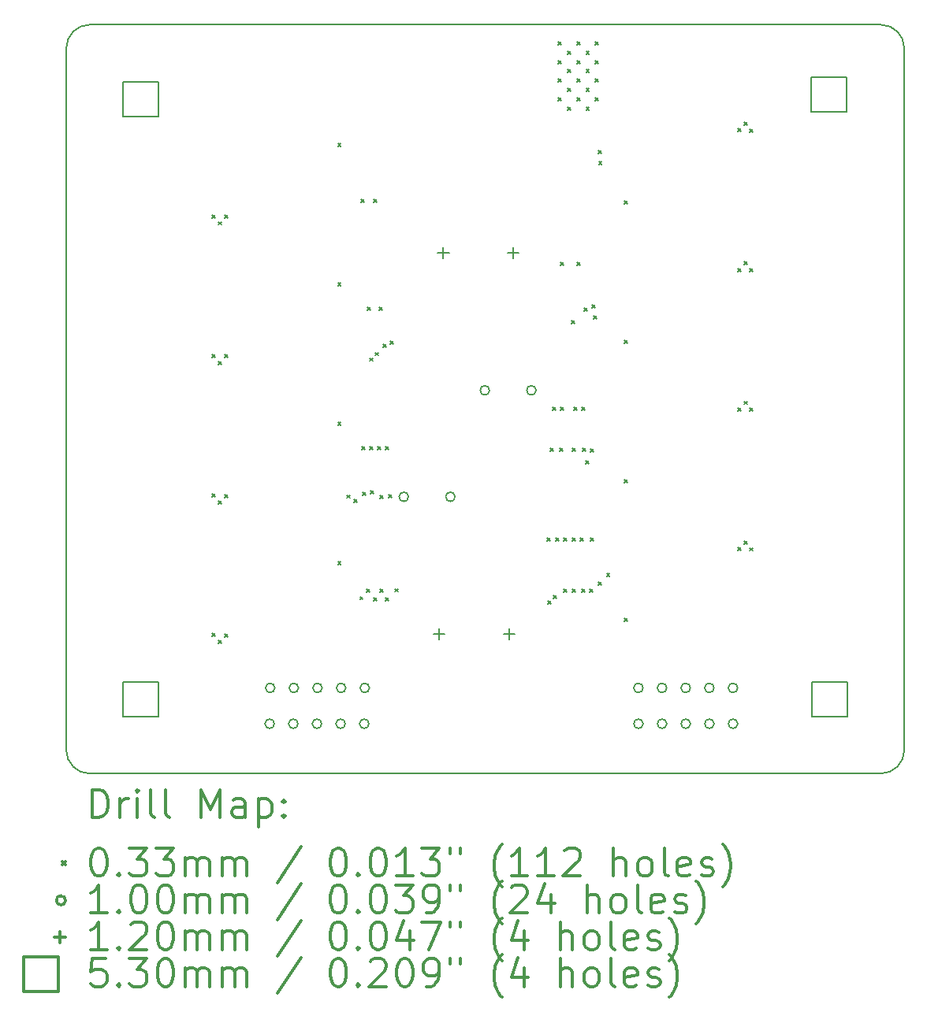
<source format=gbr>
%FSLAX45Y45*%
G04 Gerber Fmt 4.5, Leading zero omitted, Abs format (unit mm)*
G04 Created by KiCad (PCBNEW 5.0.1) date Tue 04 Dec 2018 10:41:13 PM EST*
%MOMM*%
%LPD*%
G01*
G04 APERTURE LIST*
%ADD10C,0.152400*%
%ADD11C,0.200000*%
%ADD12C,0.300000*%
G04 APERTURE END LIST*
D10*
X3650000Y-12800000D02*
G75*
G02X3400000Y-12550000I0J250000D01*
G01*
X12400000Y-12550000D02*
G75*
G02X12150000Y-12800000I-250000J0D01*
G01*
X12150000Y-4750000D02*
G75*
G02X12400000Y-5000000I0J-250000D01*
G01*
X3400000Y-5000000D02*
G75*
G02X3650000Y-4750000I250000J0D01*
G01*
X3400000Y-12550000D02*
X3400000Y-5000000D01*
X12150000Y-12800000D02*
X3650000Y-12800000D01*
X12400000Y-5000000D02*
X12400000Y-12550000D01*
X3650000Y-4750000D02*
X12150000Y-4750000D01*
D11*
X4968490Y-6793490D02*
X5001510Y-6826510D01*
X5001510Y-6793490D02*
X4968490Y-6826510D01*
X4968490Y-8293490D02*
X5001510Y-8326510D01*
X5001510Y-8293490D02*
X4968490Y-8326510D01*
X4968490Y-8293490D02*
X5001510Y-8326510D01*
X5001510Y-8293490D02*
X4968490Y-8326510D01*
X4968490Y-9793490D02*
X5001510Y-9826510D01*
X5001510Y-9793490D02*
X4968490Y-9826510D01*
X4968490Y-11293490D02*
X5001510Y-11326510D01*
X5001510Y-11293490D02*
X4968490Y-11326510D01*
X5033490Y-6868490D02*
X5066510Y-6901510D01*
X5066510Y-6868490D02*
X5033490Y-6901510D01*
X5033490Y-8368490D02*
X5066510Y-8401510D01*
X5066510Y-8368490D02*
X5033490Y-8401510D01*
X5033490Y-8368490D02*
X5066510Y-8401510D01*
X5066510Y-8368490D02*
X5033490Y-8401510D01*
X5033490Y-9868490D02*
X5066510Y-9901510D01*
X5066510Y-9868490D02*
X5033490Y-9901510D01*
X5033490Y-11368490D02*
X5066510Y-11401510D01*
X5066510Y-11368490D02*
X5033490Y-11401510D01*
X5098490Y-6798490D02*
X5131510Y-6831510D01*
X5131510Y-6798490D02*
X5098490Y-6831510D01*
X5098490Y-8298490D02*
X5131510Y-8331510D01*
X5131510Y-8298490D02*
X5098490Y-8331510D01*
X5098490Y-8298490D02*
X5131510Y-8331510D01*
X5131510Y-8298490D02*
X5098490Y-8331510D01*
X5098490Y-9798490D02*
X5131510Y-9831510D01*
X5131510Y-9798490D02*
X5098490Y-9831510D01*
X5098490Y-11298490D02*
X5131510Y-11331510D01*
X5131510Y-11298490D02*
X5098490Y-11331510D01*
X6315990Y-6023990D02*
X6349010Y-6057010D01*
X6349010Y-6023990D02*
X6315990Y-6057010D01*
X6315990Y-7523990D02*
X6349010Y-7557010D01*
X6349010Y-7523990D02*
X6315990Y-7557010D01*
X6315990Y-9023990D02*
X6349010Y-9057010D01*
X6349010Y-9023990D02*
X6315990Y-9057010D01*
X6315990Y-10523990D02*
X6349010Y-10557010D01*
X6349010Y-10523990D02*
X6315990Y-10557010D01*
X6417320Y-9805995D02*
X6450340Y-9839015D01*
X6450340Y-9805995D02*
X6417320Y-9839015D01*
X6488785Y-9849799D02*
X6521805Y-9882819D01*
X6521805Y-9849799D02*
X6488785Y-9882819D01*
X6553490Y-10898490D02*
X6586510Y-10931510D01*
X6586510Y-10898490D02*
X6553490Y-10931510D01*
X6562490Y-6627449D02*
X6595510Y-6660469D01*
X6595510Y-6627449D02*
X6562490Y-6660469D01*
X6574669Y-9287449D02*
X6607689Y-9320469D01*
X6607689Y-9287449D02*
X6574669Y-9320469D01*
X6581310Y-9776983D02*
X6614330Y-9810003D01*
X6614330Y-9776983D02*
X6581310Y-9810003D01*
X6628490Y-10818490D02*
X6661510Y-10851510D01*
X6661510Y-10818490D02*
X6628490Y-10851510D01*
X6633490Y-7787449D02*
X6666510Y-7820469D01*
X6666510Y-7787449D02*
X6633490Y-7820469D01*
X6657002Y-8333374D02*
X6690022Y-8366394D01*
X6690022Y-8333374D02*
X6657002Y-8366394D01*
X6658490Y-9287449D02*
X6691510Y-9320469D01*
X6691510Y-9287449D02*
X6658490Y-9320469D01*
X6668490Y-9758490D02*
X6701510Y-9791510D01*
X6701510Y-9758490D02*
X6668490Y-9791510D01*
X6698629Y-10913490D02*
X6731649Y-10946510D01*
X6731649Y-10913490D02*
X6698629Y-10946510D01*
X6699765Y-6627449D02*
X6732785Y-6660469D01*
X6732785Y-6627449D02*
X6699765Y-6660469D01*
X6716273Y-8274103D02*
X6749293Y-8307123D01*
X6749293Y-8274103D02*
X6716273Y-8307123D01*
X6743490Y-9287449D02*
X6776510Y-9320469D01*
X6776510Y-9287449D02*
X6743490Y-9320469D01*
X6763490Y-7787449D02*
X6796510Y-7820469D01*
X6796510Y-7787449D02*
X6763490Y-7820469D01*
X6768490Y-10818490D02*
X6801510Y-10851510D01*
X6801510Y-10818490D02*
X6768490Y-10851510D01*
X6773018Y-9809622D02*
X6806038Y-9842642D01*
X6806038Y-9809622D02*
X6773018Y-9842642D01*
X6802902Y-8187474D02*
X6835922Y-8220494D01*
X6835922Y-8187474D02*
X6802902Y-8220494D01*
X6830163Y-9287449D02*
X6863183Y-9320469D01*
X6863183Y-9287449D02*
X6830163Y-9320469D01*
X6830710Y-10913490D02*
X6863730Y-10946510D01*
X6863730Y-10913490D02*
X6830710Y-10946510D01*
X6858960Y-9804875D02*
X6891980Y-9837895D01*
X6891980Y-9804875D02*
X6858960Y-9837895D01*
X6878728Y-8151748D02*
X6911748Y-8184768D01*
X6911748Y-8151748D02*
X6878728Y-8184768D01*
X6928490Y-10813490D02*
X6961510Y-10846510D01*
X6961510Y-10813490D02*
X6928490Y-10846510D01*
X8565271Y-10269531D02*
X8598291Y-10302551D01*
X8598291Y-10269531D02*
X8565271Y-10302551D01*
X8572617Y-10942759D02*
X8605637Y-10975779D01*
X8605637Y-10942759D02*
X8572617Y-10975779D01*
X8601661Y-9304531D02*
X8634681Y-9337551D01*
X8634681Y-9304531D02*
X8601661Y-9337551D01*
X8622408Y-8864531D02*
X8655428Y-8897551D01*
X8655428Y-8864531D02*
X8622408Y-8897551D01*
X8631888Y-10883488D02*
X8664908Y-10916508D01*
X8664908Y-10883488D02*
X8631888Y-10916508D01*
X8656638Y-10269531D02*
X8689658Y-10302551D01*
X8689658Y-10269531D02*
X8656638Y-10302551D01*
X8683490Y-4933490D02*
X8716510Y-4966510D01*
X8716510Y-4933490D02*
X8683490Y-4966510D01*
X8683490Y-5133490D02*
X8716510Y-5166510D01*
X8716510Y-5133490D02*
X8683490Y-5166510D01*
X8683490Y-5333490D02*
X8716510Y-5366510D01*
X8716510Y-5333490D02*
X8683490Y-5366510D01*
X8683490Y-5533490D02*
X8716510Y-5566510D01*
X8716510Y-5533490D02*
X8683490Y-5566510D01*
X8702635Y-9304531D02*
X8735655Y-9337551D01*
X8735655Y-9304531D02*
X8702635Y-9337551D01*
X8706229Y-8864531D02*
X8739249Y-8897551D01*
X8739249Y-8864531D02*
X8706229Y-8897551D01*
X8706241Y-7302449D02*
X8739261Y-7335469D01*
X8739261Y-7302449D02*
X8706241Y-7335469D01*
X8738490Y-10814531D02*
X8771510Y-10847551D01*
X8771510Y-10814531D02*
X8738490Y-10847551D01*
X8740639Y-10269531D02*
X8773659Y-10302551D01*
X8773659Y-10269531D02*
X8740639Y-10302551D01*
X8783490Y-5033490D02*
X8816510Y-5066510D01*
X8816510Y-5033490D02*
X8783490Y-5066510D01*
X8783490Y-5233490D02*
X8816510Y-5266510D01*
X8816510Y-5233490D02*
X8783490Y-5266510D01*
X8783490Y-5433490D02*
X8816510Y-5466510D01*
X8816510Y-5433490D02*
X8783490Y-5466510D01*
X8783490Y-5633490D02*
X8816510Y-5666510D01*
X8816510Y-5633490D02*
X8783490Y-5666510D01*
X8825649Y-7929727D02*
X8858669Y-7962747D01*
X8858669Y-7929727D02*
X8825649Y-7962747D01*
X8834024Y-10269531D02*
X8867044Y-10302551D01*
X8867044Y-10269531D02*
X8834024Y-10302551D01*
X8836063Y-10814531D02*
X8869083Y-10847551D01*
X8869083Y-10814531D02*
X8836063Y-10847551D01*
X8836448Y-9304531D02*
X8869468Y-9337551D01*
X8869468Y-9304531D02*
X8836448Y-9337551D01*
X8851187Y-8864531D02*
X8884207Y-8897551D01*
X8884207Y-8864531D02*
X8851187Y-8897551D01*
X8883490Y-4933490D02*
X8916510Y-4966510D01*
X8916510Y-4933490D02*
X8883490Y-4966510D01*
X8883490Y-5133490D02*
X8916510Y-5166510D01*
X8916510Y-5133490D02*
X8883490Y-5166510D01*
X8883490Y-5333490D02*
X8916510Y-5366510D01*
X8916510Y-5333490D02*
X8883490Y-5366510D01*
X8883490Y-5533490D02*
X8916510Y-5566510D01*
X8916510Y-5533490D02*
X8883490Y-5566510D01*
X8886600Y-7302449D02*
X8919620Y-7335469D01*
X8919620Y-7302449D02*
X8886600Y-7335469D01*
X8917845Y-10269531D02*
X8950865Y-10302551D01*
X8950865Y-10269531D02*
X8917845Y-10302551D01*
X8934741Y-10814531D02*
X8967761Y-10847551D01*
X8967761Y-10814531D02*
X8934741Y-10847551D01*
X8935008Y-8864531D02*
X8968028Y-8897551D01*
X8968028Y-8864531D02*
X8935008Y-8897551D01*
X8943790Y-9304531D02*
X8976810Y-9337551D01*
X8976810Y-9304531D02*
X8943790Y-9337551D01*
X8960188Y-7795188D02*
X8993208Y-7828208D01*
X8993208Y-7795188D02*
X8960188Y-7828208D01*
X8978960Y-9436521D02*
X9011980Y-9469541D01*
X9011980Y-9436521D02*
X8978960Y-9469541D01*
X8983490Y-5033490D02*
X9016510Y-5066510D01*
X9016510Y-5033490D02*
X8983490Y-5066510D01*
X8983490Y-5233490D02*
X9016510Y-5266510D01*
X9016510Y-5233490D02*
X8983490Y-5266510D01*
X8983490Y-5433490D02*
X9016510Y-5466510D01*
X9016510Y-5433490D02*
X8983490Y-5466510D01*
X8983490Y-5633490D02*
X9016510Y-5666510D01*
X9016510Y-5633490D02*
X8983490Y-5666510D01*
X9019443Y-10814262D02*
X9052463Y-10847282D01*
X9052463Y-10814262D02*
X9019443Y-10847282D01*
X9027035Y-9314340D02*
X9060055Y-9347360D01*
X9060055Y-9314340D02*
X9027035Y-9347360D01*
X9028490Y-10269531D02*
X9061510Y-10302551D01*
X9061510Y-10269531D02*
X9028490Y-10302551D01*
X9043490Y-7758490D02*
X9076510Y-7791510D01*
X9076510Y-7758490D02*
X9043490Y-7791510D01*
X9065756Y-7880756D02*
X9098776Y-7913776D01*
X9098776Y-7880756D02*
X9065756Y-7913776D01*
X9083490Y-4933490D02*
X9116510Y-4966510D01*
X9116510Y-4933490D02*
X9083490Y-4966510D01*
X9083490Y-5133490D02*
X9116510Y-5166510D01*
X9116510Y-5133490D02*
X9083490Y-5166510D01*
X9083490Y-5333490D02*
X9116510Y-5366510D01*
X9116510Y-5333490D02*
X9083490Y-5366510D01*
X9083490Y-5533490D02*
X9116510Y-5566510D01*
X9116510Y-5533490D02*
X9083490Y-5566510D01*
X9113490Y-6103490D02*
X9146510Y-6136510D01*
X9146510Y-6103490D02*
X9113490Y-6136510D01*
X9117264Y-10738112D02*
X9150284Y-10771132D01*
X9150284Y-10738112D02*
X9117264Y-10771132D01*
X9118490Y-6218490D02*
X9151510Y-6251510D01*
X9151510Y-6218490D02*
X9118490Y-6251510D01*
X9202986Y-10652390D02*
X9236006Y-10685410D01*
X9236006Y-10652390D02*
X9202986Y-10685410D01*
X9395990Y-6642990D02*
X9429010Y-6676010D01*
X9429010Y-6642990D02*
X9395990Y-6676010D01*
X9395990Y-8142990D02*
X9429010Y-8176010D01*
X9429010Y-8142990D02*
X9395990Y-8176010D01*
X9395990Y-9642990D02*
X9429010Y-9676010D01*
X9429010Y-9642990D02*
X9395990Y-9676010D01*
X9395990Y-11129621D02*
X9429010Y-11162641D01*
X9429010Y-11129621D02*
X9395990Y-11162641D01*
X9395990Y-11129621D02*
X9429010Y-11162641D01*
X9429010Y-11129621D02*
X9395990Y-11162641D01*
X10613490Y-5868490D02*
X10646510Y-5901510D01*
X10646510Y-5868490D02*
X10613490Y-5901510D01*
X10613490Y-7368490D02*
X10646510Y-7401510D01*
X10646510Y-7368490D02*
X10613490Y-7401510D01*
X10613490Y-8868490D02*
X10646510Y-8901510D01*
X10646510Y-8868490D02*
X10613490Y-8901510D01*
X10613490Y-10368490D02*
X10646510Y-10401510D01*
X10646510Y-10368490D02*
X10613490Y-10401510D01*
X10678490Y-5798490D02*
X10711510Y-5831510D01*
X10711510Y-5798490D02*
X10678490Y-5831510D01*
X10678490Y-7298490D02*
X10711510Y-7331510D01*
X10711510Y-7298490D02*
X10678490Y-7331510D01*
X10678490Y-8798490D02*
X10711510Y-8831510D01*
X10711510Y-8798490D02*
X10678490Y-8831510D01*
X10678490Y-10298490D02*
X10711510Y-10331510D01*
X10711510Y-10298490D02*
X10678490Y-10331510D01*
X10743490Y-5873490D02*
X10776510Y-5906510D01*
X10776510Y-5873490D02*
X10743490Y-5906510D01*
X10743490Y-7373490D02*
X10776510Y-7406510D01*
X10776510Y-7373490D02*
X10743490Y-7406510D01*
X10743490Y-8873490D02*
X10776510Y-8906510D01*
X10776510Y-8873490D02*
X10743490Y-8906510D01*
X10743490Y-10373490D02*
X10776510Y-10406510D01*
X10776510Y-10373490D02*
X10743490Y-10406510D01*
X7945000Y-8680000D02*
G75*
G03X7945000Y-8680000I-50000J0D01*
G01*
X8445000Y-8680000D02*
G75*
G03X8445000Y-8680000I-50000J0D01*
G01*
X5635000Y-12265000D02*
G75*
G03X5635000Y-12265000I-50000J0D01*
G01*
X5889000Y-12265000D02*
G75*
G03X5889000Y-12265000I-50000J0D01*
G01*
X6143000Y-12265000D02*
G75*
G03X6143000Y-12265000I-50000J0D01*
G01*
X6397000Y-12265000D02*
G75*
G03X6397000Y-12265000I-50000J0D01*
G01*
X6651000Y-12265000D02*
G75*
G03X6651000Y-12265000I-50000J0D01*
G01*
X9595000Y-11880000D02*
G75*
G03X9595000Y-11880000I-50000J0D01*
G01*
X9849000Y-11880000D02*
G75*
G03X9849000Y-11880000I-50000J0D01*
G01*
X10103000Y-11880000D02*
G75*
G03X10103000Y-11880000I-50000J0D01*
G01*
X10357000Y-11880000D02*
G75*
G03X10357000Y-11880000I-50000J0D01*
G01*
X10611000Y-11880000D02*
G75*
G03X10611000Y-11880000I-50000J0D01*
G01*
X9595000Y-12265000D02*
G75*
G03X9595000Y-12265000I-50000J0D01*
G01*
X9849000Y-12265000D02*
G75*
G03X9849000Y-12265000I-50000J0D01*
G01*
X10103000Y-12265000D02*
G75*
G03X10103000Y-12265000I-50000J0D01*
G01*
X10357000Y-12265000D02*
G75*
G03X10357000Y-12265000I-50000J0D01*
G01*
X10611000Y-12265000D02*
G75*
G03X10611000Y-12265000I-50000J0D01*
G01*
X7075000Y-9825000D02*
G75*
G03X7075000Y-9825000I-50000J0D01*
G01*
X7575000Y-9825000D02*
G75*
G03X7575000Y-9825000I-50000J0D01*
G01*
X5640000Y-11880000D02*
G75*
G03X5640000Y-11880000I-50000J0D01*
G01*
X5894000Y-11880000D02*
G75*
G03X5894000Y-11880000I-50000J0D01*
G01*
X6148000Y-11880000D02*
G75*
G03X6148000Y-11880000I-50000J0D01*
G01*
X6402000Y-11880000D02*
G75*
G03X6402000Y-11880000I-50000J0D01*
G01*
X6656000Y-11880000D02*
G75*
G03X6656000Y-11880000I-50000J0D01*
G01*
X7450000Y-7145000D02*
X7450000Y-7265000D01*
X7390000Y-7205000D02*
X7510000Y-7205000D01*
X8200000Y-7145000D02*
X8200000Y-7265000D01*
X8140000Y-7205000D02*
X8260000Y-7205000D01*
X7405000Y-11240000D02*
X7405000Y-11360000D01*
X7345000Y-11300000D02*
X7465000Y-11300000D01*
X8155000Y-11240000D02*
X8155000Y-11360000D01*
X8095000Y-11300000D02*
X8215000Y-11300000D01*
X11777385Y-5687385D02*
X11777385Y-5312615D01*
X11402615Y-5312615D01*
X11402615Y-5687385D01*
X11777385Y-5687385D01*
X11787385Y-12187385D02*
X11787385Y-11812615D01*
X11412615Y-11812615D01*
X11412615Y-12187385D01*
X11787385Y-12187385D01*
X4387385Y-5737385D02*
X4387385Y-5362615D01*
X4012615Y-5362615D01*
X4012615Y-5737385D01*
X4387385Y-5737385D01*
X4387385Y-12187385D02*
X4387385Y-11812615D01*
X4012615Y-11812615D01*
X4012615Y-12187385D01*
X4387385Y-12187385D01*
D12*
X3678808Y-13273334D02*
X3678808Y-12973334D01*
X3750237Y-12973334D01*
X3793094Y-12987620D01*
X3821666Y-13016191D01*
X3835951Y-13044763D01*
X3850237Y-13101906D01*
X3850237Y-13144763D01*
X3835951Y-13201906D01*
X3821666Y-13230477D01*
X3793094Y-13259049D01*
X3750237Y-13273334D01*
X3678808Y-13273334D01*
X3978808Y-13273334D02*
X3978808Y-13073334D01*
X3978808Y-13130477D02*
X3993094Y-13101906D01*
X4007380Y-13087620D01*
X4035951Y-13073334D01*
X4064523Y-13073334D01*
X4164523Y-13273334D02*
X4164523Y-13073334D01*
X4164523Y-12973334D02*
X4150237Y-12987620D01*
X4164523Y-13001906D01*
X4178808Y-12987620D01*
X4164523Y-12973334D01*
X4164523Y-13001906D01*
X4350237Y-13273334D02*
X4321666Y-13259049D01*
X4307380Y-13230477D01*
X4307380Y-12973334D01*
X4507380Y-13273334D02*
X4478808Y-13259049D01*
X4464523Y-13230477D01*
X4464523Y-12973334D01*
X4850237Y-13273334D02*
X4850237Y-12973334D01*
X4950237Y-13187620D01*
X5050237Y-12973334D01*
X5050237Y-13273334D01*
X5321666Y-13273334D02*
X5321666Y-13116191D01*
X5307380Y-13087620D01*
X5278808Y-13073334D01*
X5221666Y-13073334D01*
X5193094Y-13087620D01*
X5321666Y-13259049D02*
X5293094Y-13273334D01*
X5221666Y-13273334D01*
X5193094Y-13259049D01*
X5178808Y-13230477D01*
X5178808Y-13201906D01*
X5193094Y-13173334D01*
X5221666Y-13159049D01*
X5293094Y-13159049D01*
X5321666Y-13144763D01*
X5464523Y-13073334D02*
X5464523Y-13373334D01*
X5464523Y-13087620D02*
X5493094Y-13073334D01*
X5550237Y-13073334D01*
X5578808Y-13087620D01*
X5593094Y-13101906D01*
X5607380Y-13130477D01*
X5607380Y-13216191D01*
X5593094Y-13244763D01*
X5578808Y-13259049D01*
X5550237Y-13273334D01*
X5493094Y-13273334D01*
X5464523Y-13259049D01*
X5735951Y-13244763D02*
X5750237Y-13259049D01*
X5735951Y-13273334D01*
X5721666Y-13259049D01*
X5735951Y-13244763D01*
X5735951Y-13273334D01*
X5735951Y-13087620D02*
X5750237Y-13101906D01*
X5735951Y-13116191D01*
X5721666Y-13101906D01*
X5735951Y-13087620D01*
X5735951Y-13116191D01*
X3359360Y-13751110D02*
X3392380Y-13784130D01*
X3392380Y-13751110D02*
X3359360Y-13784130D01*
X3735951Y-13603334D02*
X3764523Y-13603334D01*
X3793094Y-13617620D01*
X3807380Y-13631906D01*
X3821666Y-13660477D01*
X3835951Y-13717620D01*
X3835951Y-13789049D01*
X3821666Y-13846191D01*
X3807380Y-13874763D01*
X3793094Y-13889049D01*
X3764523Y-13903334D01*
X3735951Y-13903334D01*
X3707380Y-13889049D01*
X3693094Y-13874763D01*
X3678808Y-13846191D01*
X3664523Y-13789049D01*
X3664523Y-13717620D01*
X3678808Y-13660477D01*
X3693094Y-13631906D01*
X3707380Y-13617620D01*
X3735951Y-13603334D01*
X3964523Y-13874763D02*
X3978808Y-13889049D01*
X3964523Y-13903334D01*
X3950237Y-13889049D01*
X3964523Y-13874763D01*
X3964523Y-13903334D01*
X4078808Y-13603334D02*
X4264523Y-13603334D01*
X4164523Y-13717620D01*
X4207380Y-13717620D01*
X4235951Y-13731906D01*
X4250237Y-13746191D01*
X4264523Y-13774763D01*
X4264523Y-13846191D01*
X4250237Y-13874763D01*
X4235951Y-13889049D01*
X4207380Y-13903334D01*
X4121666Y-13903334D01*
X4093094Y-13889049D01*
X4078808Y-13874763D01*
X4364523Y-13603334D02*
X4550237Y-13603334D01*
X4450237Y-13717620D01*
X4493094Y-13717620D01*
X4521666Y-13731906D01*
X4535951Y-13746191D01*
X4550237Y-13774763D01*
X4550237Y-13846191D01*
X4535951Y-13874763D01*
X4521666Y-13889049D01*
X4493094Y-13903334D01*
X4407380Y-13903334D01*
X4378808Y-13889049D01*
X4364523Y-13874763D01*
X4678808Y-13903334D02*
X4678808Y-13703334D01*
X4678808Y-13731906D02*
X4693094Y-13717620D01*
X4721666Y-13703334D01*
X4764523Y-13703334D01*
X4793094Y-13717620D01*
X4807380Y-13746191D01*
X4807380Y-13903334D01*
X4807380Y-13746191D02*
X4821666Y-13717620D01*
X4850237Y-13703334D01*
X4893094Y-13703334D01*
X4921666Y-13717620D01*
X4935951Y-13746191D01*
X4935951Y-13903334D01*
X5078808Y-13903334D02*
X5078808Y-13703334D01*
X5078808Y-13731906D02*
X5093094Y-13717620D01*
X5121666Y-13703334D01*
X5164523Y-13703334D01*
X5193094Y-13717620D01*
X5207380Y-13746191D01*
X5207380Y-13903334D01*
X5207380Y-13746191D02*
X5221666Y-13717620D01*
X5250237Y-13703334D01*
X5293094Y-13703334D01*
X5321666Y-13717620D01*
X5335951Y-13746191D01*
X5335951Y-13903334D01*
X5921666Y-13589049D02*
X5664523Y-13974763D01*
X6307380Y-13603334D02*
X6335951Y-13603334D01*
X6364523Y-13617620D01*
X6378808Y-13631906D01*
X6393094Y-13660477D01*
X6407380Y-13717620D01*
X6407380Y-13789049D01*
X6393094Y-13846191D01*
X6378808Y-13874763D01*
X6364523Y-13889049D01*
X6335951Y-13903334D01*
X6307380Y-13903334D01*
X6278808Y-13889049D01*
X6264523Y-13874763D01*
X6250237Y-13846191D01*
X6235951Y-13789049D01*
X6235951Y-13717620D01*
X6250237Y-13660477D01*
X6264523Y-13631906D01*
X6278808Y-13617620D01*
X6307380Y-13603334D01*
X6535951Y-13874763D02*
X6550237Y-13889049D01*
X6535951Y-13903334D01*
X6521666Y-13889049D01*
X6535951Y-13874763D01*
X6535951Y-13903334D01*
X6735951Y-13603334D02*
X6764523Y-13603334D01*
X6793094Y-13617620D01*
X6807380Y-13631906D01*
X6821666Y-13660477D01*
X6835951Y-13717620D01*
X6835951Y-13789049D01*
X6821666Y-13846191D01*
X6807380Y-13874763D01*
X6793094Y-13889049D01*
X6764523Y-13903334D01*
X6735951Y-13903334D01*
X6707380Y-13889049D01*
X6693094Y-13874763D01*
X6678808Y-13846191D01*
X6664523Y-13789049D01*
X6664523Y-13717620D01*
X6678808Y-13660477D01*
X6693094Y-13631906D01*
X6707380Y-13617620D01*
X6735951Y-13603334D01*
X7121666Y-13903334D02*
X6950237Y-13903334D01*
X7035951Y-13903334D02*
X7035951Y-13603334D01*
X7007380Y-13646191D01*
X6978808Y-13674763D01*
X6950237Y-13689049D01*
X7221666Y-13603334D02*
X7407380Y-13603334D01*
X7307380Y-13717620D01*
X7350237Y-13717620D01*
X7378808Y-13731906D01*
X7393094Y-13746191D01*
X7407380Y-13774763D01*
X7407380Y-13846191D01*
X7393094Y-13874763D01*
X7378808Y-13889049D01*
X7350237Y-13903334D01*
X7264523Y-13903334D01*
X7235951Y-13889049D01*
X7221666Y-13874763D01*
X7521666Y-13603334D02*
X7521666Y-13660477D01*
X7635951Y-13603334D02*
X7635951Y-13660477D01*
X8078808Y-14017620D02*
X8064523Y-14003334D01*
X8035951Y-13960477D01*
X8021666Y-13931906D01*
X8007380Y-13889049D01*
X7993094Y-13817620D01*
X7993094Y-13760477D01*
X8007380Y-13689049D01*
X8021666Y-13646191D01*
X8035951Y-13617620D01*
X8064523Y-13574763D01*
X8078808Y-13560477D01*
X8350237Y-13903334D02*
X8178808Y-13903334D01*
X8264523Y-13903334D02*
X8264523Y-13603334D01*
X8235951Y-13646191D01*
X8207380Y-13674763D01*
X8178808Y-13689049D01*
X8635951Y-13903334D02*
X8464523Y-13903334D01*
X8550237Y-13903334D02*
X8550237Y-13603334D01*
X8521666Y-13646191D01*
X8493094Y-13674763D01*
X8464523Y-13689049D01*
X8750237Y-13631906D02*
X8764523Y-13617620D01*
X8793094Y-13603334D01*
X8864523Y-13603334D01*
X8893094Y-13617620D01*
X8907380Y-13631906D01*
X8921666Y-13660477D01*
X8921666Y-13689049D01*
X8907380Y-13731906D01*
X8735951Y-13903334D01*
X8921666Y-13903334D01*
X9278808Y-13903334D02*
X9278808Y-13603334D01*
X9407380Y-13903334D02*
X9407380Y-13746191D01*
X9393094Y-13717620D01*
X9364523Y-13703334D01*
X9321666Y-13703334D01*
X9293094Y-13717620D01*
X9278808Y-13731906D01*
X9593094Y-13903334D02*
X9564523Y-13889049D01*
X9550237Y-13874763D01*
X9535951Y-13846191D01*
X9535951Y-13760477D01*
X9550237Y-13731906D01*
X9564523Y-13717620D01*
X9593094Y-13703334D01*
X9635951Y-13703334D01*
X9664523Y-13717620D01*
X9678808Y-13731906D01*
X9693094Y-13760477D01*
X9693094Y-13846191D01*
X9678808Y-13874763D01*
X9664523Y-13889049D01*
X9635951Y-13903334D01*
X9593094Y-13903334D01*
X9864523Y-13903334D02*
X9835951Y-13889049D01*
X9821666Y-13860477D01*
X9821666Y-13603334D01*
X10093094Y-13889049D02*
X10064523Y-13903334D01*
X10007380Y-13903334D01*
X9978808Y-13889049D01*
X9964523Y-13860477D01*
X9964523Y-13746191D01*
X9978808Y-13717620D01*
X10007380Y-13703334D01*
X10064523Y-13703334D01*
X10093094Y-13717620D01*
X10107380Y-13746191D01*
X10107380Y-13774763D01*
X9964523Y-13803334D01*
X10221666Y-13889049D02*
X10250237Y-13903334D01*
X10307380Y-13903334D01*
X10335951Y-13889049D01*
X10350237Y-13860477D01*
X10350237Y-13846191D01*
X10335951Y-13817620D01*
X10307380Y-13803334D01*
X10264523Y-13803334D01*
X10235951Y-13789049D01*
X10221666Y-13760477D01*
X10221666Y-13746191D01*
X10235951Y-13717620D01*
X10264523Y-13703334D01*
X10307380Y-13703334D01*
X10335951Y-13717620D01*
X10450237Y-14017620D02*
X10464523Y-14003334D01*
X10493094Y-13960477D01*
X10507380Y-13931906D01*
X10521666Y-13889049D01*
X10535951Y-13817620D01*
X10535951Y-13760477D01*
X10521666Y-13689049D01*
X10507380Y-13646191D01*
X10493094Y-13617620D01*
X10464523Y-13574763D01*
X10450237Y-13560477D01*
X3392380Y-14163620D02*
G75*
G03X3392380Y-14163620I-50000J0D01*
G01*
X3835951Y-14299334D02*
X3664523Y-14299334D01*
X3750237Y-14299334D02*
X3750237Y-13999334D01*
X3721666Y-14042191D01*
X3693094Y-14070763D01*
X3664523Y-14085049D01*
X3964523Y-14270763D02*
X3978808Y-14285049D01*
X3964523Y-14299334D01*
X3950237Y-14285049D01*
X3964523Y-14270763D01*
X3964523Y-14299334D01*
X4164523Y-13999334D02*
X4193094Y-13999334D01*
X4221666Y-14013620D01*
X4235951Y-14027906D01*
X4250237Y-14056477D01*
X4264523Y-14113620D01*
X4264523Y-14185049D01*
X4250237Y-14242191D01*
X4235951Y-14270763D01*
X4221666Y-14285049D01*
X4193094Y-14299334D01*
X4164523Y-14299334D01*
X4135951Y-14285049D01*
X4121666Y-14270763D01*
X4107380Y-14242191D01*
X4093094Y-14185049D01*
X4093094Y-14113620D01*
X4107380Y-14056477D01*
X4121666Y-14027906D01*
X4135951Y-14013620D01*
X4164523Y-13999334D01*
X4450237Y-13999334D02*
X4478808Y-13999334D01*
X4507380Y-14013620D01*
X4521666Y-14027906D01*
X4535951Y-14056477D01*
X4550237Y-14113620D01*
X4550237Y-14185049D01*
X4535951Y-14242191D01*
X4521666Y-14270763D01*
X4507380Y-14285049D01*
X4478808Y-14299334D01*
X4450237Y-14299334D01*
X4421666Y-14285049D01*
X4407380Y-14270763D01*
X4393094Y-14242191D01*
X4378808Y-14185049D01*
X4378808Y-14113620D01*
X4393094Y-14056477D01*
X4407380Y-14027906D01*
X4421666Y-14013620D01*
X4450237Y-13999334D01*
X4678808Y-14299334D02*
X4678808Y-14099334D01*
X4678808Y-14127906D02*
X4693094Y-14113620D01*
X4721666Y-14099334D01*
X4764523Y-14099334D01*
X4793094Y-14113620D01*
X4807380Y-14142191D01*
X4807380Y-14299334D01*
X4807380Y-14142191D02*
X4821666Y-14113620D01*
X4850237Y-14099334D01*
X4893094Y-14099334D01*
X4921666Y-14113620D01*
X4935951Y-14142191D01*
X4935951Y-14299334D01*
X5078808Y-14299334D02*
X5078808Y-14099334D01*
X5078808Y-14127906D02*
X5093094Y-14113620D01*
X5121666Y-14099334D01*
X5164523Y-14099334D01*
X5193094Y-14113620D01*
X5207380Y-14142191D01*
X5207380Y-14299334D01*
X5207380Y-14142191D02*
X5221666Y-14113620D01*
X5250237Y-14099334D01*
X5293094Y-14099334D01*
X5321666Y-14113620D01*
X5335951Y-14142191D01*
X5335951Y-14299334D01*
X5921666Y-13985049D02*
X5664523Y-14370763D01*
X6307380Y-13999334D02*
X6335951Y-13999334D01*
X6364523Y-14013620D01*
X6378808Y-14027906D01*
X6393094Y-14056477D01*
X6407380Y-14113620D01*
X6407380Y-14185049D01*
X6393094Y-14242191D01*
X6378808Y-14270763D01*
X6364523Y-14285049D01*
X6335951Y-14299334D01*
X6307380Y-14299334D01*
X6278808Y-14285049D01*
X6264523Y-14270763D01*
X6250237Y-14242191D01*
X6235951Y-14185049D01*
X6235951Y-14113620D01*
X6250237Y-14056477D01*
X6264523Y-14027906D01*
X6278808Y-14013620D01*
X6307380Y-13999334D01*
X6535951Y-14270763D02*
X6550237Y-14285049D01*
X6535951Y-14299334D01*
X6521666Y-14285049D01*
X6535951Y-14270763D01*
X6535951Y-14299334D01*
X6735951Y-13999334D02*
X6764523Y-13999334D01*
X6793094Y-14013620D01*
X6807380Y-14027906D01*
X6821666Y-14056477D01*
X6835951Y-14113620D01*
X6835951Y-14185049D01*
X6821666Y-14242191D01*
X6807380Y-14270763D01*
X6793094Y-14285049D01*
X6764523Y-14299334D01*
X6735951Y-14299334D01*
X6707380Y-14285049D01*
X6693094Y-14270763D01*
X6678808Y-14242191D01*
X6664523Y-14185049D01*
X6664523Y-14113620D01*
X6678808Y-14056477D01*
X6693094Y-14027906D01*
X6707380Y-14013620D01*
X6735951Y-13999334D01*
X6935951Y-13999334D02*
X7121666Y-13999334D01*
X7021666Y-14113620D01*
X7064523Y-14113620D01*
X7093094Y-14127906D01*
X7107380Y-14142191D01*
X7121666Y-14170763D01*
X7121666Y-14242191D01*
X7107380Y-14270763D01*
X7093094Y-14285049D01*
X7064523Y-14299334D01*
X6978808Y-14299334D01*
X6950237Y-14285049D01*
X6935951Y-14270763D01*
X7264523Y-14299334D02*
X7321666Y-14299334D01*
X7350237Y-14285049D01*
X7364523Y-14270763D01*
X7393094Y-14227906D01*
X7407380Y-14170763D01*
X7407380Y-14056477D01*
X7393094Y-14027906D01*
X7378808Y-14013620D01*
X7350237Y-13999334D01*
X7293094Y-13999334D01*
X7264523Y-14013620D01*
X7250237Y-14027906D01*
X7235951Y-14056477D01*
X7235951Y-14127906D01*
X7250237Y-14156477D01*
X7264523Y-14170763D01*
X7293094Y-14185049D01*
X7350237Y-14185049D01*
X7378808Y-14170763D01*
X7393094Y-14156477D01*
X7407380Y-14127906D01*
X7521666Y-13999334D02*
X7521666Y-14056477D01*
X7635951Y-13999334D02*
X7635951Y-14056477D01*
X8078808Y-14413620D02*
X8064523Y-14399334D01*
X8035951Y-14356477D01*
X8021666Y-14327906D01*
X8007380Y-14285049D01*
X7993094Y-14213620D01*
X7993094Y-14156477D01*
X8007380Y-14085049D01*
X8021666Y-14042191D01*
X8035951Y-14013620D01*
X8064523Y-13970763D01*
X8078808Y-13956477D01*
X8178808Y-14027906D02*
X8193094Y-14013620D01*
X8221666Y-13999334D01*
X8293094Y-13999334D01*
X8321666Y-14013620D01*
X8335951Y-14027906D01*
X8350237Y-14056477D01*
X8350237Y-14085049D01*
X8335951Y-14127906D01*
X8164523Y-14299334D01*
X8350237Y-14299334D01*
X8607380Y-14099334D02*
X8607380Y-14299334D01*
X8535951Y-13985049D02*
X8464523Y-14199334D01*
X8650237Y-14199334D01*
X8993094Y-14299334D02*
X8993094Y-13999334D01*
X9121666Y-14299334D02*
X9121666Y-14142191D01*
X9107380Y-14113620D01*
X9078808Y-14099334D01*
X9035951Y-14099334D01*
X9007380Y-14113620D01*
X8993094Y-14127906D01*
X9307380Y-14299334D02*
X9278808Y-14285049D01*
X9264523Y-14270763D01*
X9250237Y-14242191D01*
X9250237Y-14156477D01*
X9264523Y-14127906D01*
X9278808Y-14113620D01*
X9307380Y-14099334D01*
X9350237Y-14099334D01*
X9378808Y-14113620D01*
X9393094Y-14127906D01*
X9407380Y-14156477D01*
X9407380Y-14242191D01*
X9393094Y-14270763D01*
X9378808Y-14285049D01*
X9350237Y-14299334D01*
X9307380Y-14299334D01*
X9578808Y-14299334D02*
X9550237Y-14285049D01*
X9535951Y-14256477D01*
X9535951Y-13999334D01*
X9807380Y-14285049D02*
X9778808Y-14299334D01*
X9721666Y-14299334D01*
X9693094Y-14285049D01*
X9678808Y-14256477D01*
X9678808Y-14142191D01*
X9693094Y-14113620D01*
X9721666Y-14099334D01*
X9778808Y-14099334D01*
X9807380Y-14113620D01*
X9821666Y-14142191D01*
X9821666Y-14170763D01*
X9678808Y-14199334D01*
X9935951Y-14285049D02*
X9964523Y-14299334D01*
X10021666Y-14299334D01*
X10050237Y-14285049D01*
X10064523Y-14256477D01*
X10064523Y-14242191D01*
X10050237Y-14213620D01*
X10021666Y-14199334D01*
X9978808Y-14199334D01*
X9950237Y-14185049D01*
X9935951Y-14156477D01*
X9935951Y-14142191D01*
X9950237Y-14113620D01*
X9978808Y-14099334D01*
X10021666Y-14099334D01*
X10050237Y-14113620D01*
X10164523Y-14413620D02*
X10178808Y-14399334D01*
X10207380Y-14356477D01*
X10221666Y-14327906D01*
X10235951Y-14285049D01*
X10250237Y-14213620D01*
X10250237Y-14156477D01*
X10235951Y-14085049D01*
X10221666Y-14042191D01*
X10207380Y-14013620D01*
X10178808Y-13970763D01*
X10164523Y-13956477D01*
X3332380Y-14499620D02*
X3332380Y-14619620D01*
X3272380Y-14559620D02*
X3392380Y-14559620D01*
X3835951Y-14695334D02*
X3664523Y-14695334D01*
X3750237Y-14695334D02*
X3750237Y-14395334D01*
X3721666Y-14438191D01*
X3693094Y-14466763D01*
X3664523Y-14481049D01*
X3964523Y-14666763D02*
X3978808Y-14681049D01*
X3964523Y-14695334D01*
X3950237Y-14681049D01*
X3964523Y-14666763D01*
X3964523Y-14695334D01*
X4093094Y-14423906D02*
X4107380Y-14409620D01*
X4135951Y-14395334D01*
X4207380Y-14395334D01*
X4235951Y-14409620D01*
X4250237Y-14423906D01*
X4264523Y-14452477D01*
X4264523Y-14481049D01*
X4250237Y-14523906D01*
X4078808Y-14695334D01*
X4264523Y-14695334D01*
X4450237Y-14395334D02*
X4478808Y-14395334D01*
X4507380Y-14409620D01*
X4521666Y-14423906D01*
X4535951Y-14452477D01*
X4550237Y-14509620D01*
X4550237Y-14581049D01*
X4535951Y-14638191D01*
X4521666Y-14666763D01*
X4507380Y-14681049D01*
X4478808Y-14695334D01*
X4450237Y-14695334D01*
X4421666Y-14681049D01*
X4407380Y-14666763D01*
X4393094Y-14638191D01*
X4378808Y-14581049D01*
X4378808Y-14509620D01*
X4393094Y-14452477D01*
X4407380Y-14423906D01*
X4421666Y-14409620D01*
X4450237Y-14395334D01*
X4678808Y-14695334D02*
X4678808Y-14495334D01*
X4678808Y-14523906D02*
X4693094Y-14509620D01*
X4721666Y-14495334D01*
X4764523Y-14495334D01*
X4793094Y-14509620D01*
X4807380Y-14538191D01*
X4807380Y-14695334D01*
X4807380Y-14538191D02*
X4821666Y-14509620D01*
X4850237Y-14495334D01*
X4893094Y-14495334D01*
X4921666Y-14509620D01*
X4935951Y-14538191D01*
X4935951Y-14695334D01*
X5078808Y-14695334D02*
X5078808Y-14495334D01*
X5078808Y-14523906D02*
X5093094Y-14509620D01*
X5121666Y-14495334D01*
X5164523Y-14495334D01*
X5193094Y-14509620D01*
X5207380Y-14538191D01*
X5207380Y-14695334D01*
X5207380Y-14538191D02*
X5221666Y-14509620D01*
X5250237Y-14495334D01*
X5293094Y-14495334D01*
X5321666Y-14509620D01*
X5335951Y-14538191D01*
X5335951Y-14695334D01*
X5921666Y-14381049D02*
X5664523Y-14766763D01*
X6307380Y-14395334D02*
X6335951Y-14395334D01*
X6364523Y-14409620D01*
X6378808Y-14423906D01*
X6393094Y-14452477D01*
X6407380Y-14509620D01*
X6407380Y-14581049D01*
X6393094Y-14638191D01*
X6378808Y-14666763D01*
X6364523Y-14681049D01*
X6335951Y-14695334D01*
X6307380Y-14695334D01*
X6278808Y-14681049D01*
X6264523Y-14666763D01*
X6250237Y-14638191D01*
X6235951Y-14581049D01*
X6235951Y-14509620D01*
X6250237Y-14452477D01*
X6264523Y-14423906D01*
X6278808Y-14409620D01*
X6307380Y-14395334D01*
X6535951Y-14666763D02*
X6550237Y-14681049D01*
X6535951Y-14695334D01*
X6521666Y-14681049D01*
X6535951Y-14666763D01*
X6535951Y-14695334D01*
X6735951Y-14395334D02*
X6764523Y-14395334D01*
X6793094Y-14409620D01*
X6807380Y-14423906D01*
X6821666Y-14452477D01*
X6835951Y-14509620D01*
X6835951Y-14581049D01*
X6821666Y-14638191D01*
X6807380Y-14666763D01*
X6793094Y-14681049D01*
X6764523Y-14695334D01*
X6735951Y-14695334D01*
X6707380Y-14681049D01*
X6693094Y-14666763D01*
X6678808Y-14638191D01*
X6664523Y-14581049D01*
X6664523Y-14509620D01*
X6678808Y-14452477D01*
X6693094Y-14423906D01*
X6707380Y-14409620D01*
X6735951Y-14395334D01*
X7093094Y-14495334D02*
X7093094Y-14695334D01*
X7021666Y-14381049D02*
X6950237Y-14595334D01*
X7135951Y-14595334D01*
X7221666Y-14395334D02*
X7421666Y-14395334D01*
X7293094Y-14695334D01*
X7521666Y-14395334D02*
X7521666Y-14452477D01*
X7635951Y-14395334D02*
X7635951Y-14452477D01*
X8078808Y-14809620D02*
X8064523Y-14795334D01*
X8035951Y-14752477D01*
X8021666Y-14723906D01*
X8007380Y-14681049D01*
X7993094Y-14609620D01*
X7993094Y-14552477D01*
X8007380Y-14481049D01*
X8021666Y-14438191D01*
X8035951Y-14409620D01*
X8064523Y-14366763D01*
X8078808Y-14352477D01*
X8321666Y-14495334D02*
X8321666Y-14695334D01*
X8250237Y-14381049D02*
X8178808Y-14595334D01*
X8364523Y-14595334D01*
X8707380Y-14695334D02*
X8707380Y-14395334D01*
X8835951Y-14695334D02*
X8835951Y-14538191D01*
X8821666Y-14509620D01*
X8793094Y-14495334D01*
X8750237Y-14495334D01*
X8721666Y-14509620D01*
X8707380Y-14523906D01*
X9021666Y-14695334D02*
X8993094Y-14681049D01*
X8978808Y-14666763D01*
X8964523Y-14638191D01*
X8964523Y-14552477D01*
X8978808Y-14523906D01*
X8993094Y-14509620D01*
X9021666Y-14495334D01*
X9064523Y-14495334D01*
X9093094Y-14509620D01*
X9107380Y-14523906D01*
X9121666Y-14552477D01*
X9121666Y-14638191D01*
X9107380Y-14666763D01*
X9093094Y-14681049D01*
X9064523Y-14695334D01*
X9021666Y-14695334D01*
X9293094Y-14695334D02*
X9264523Y-14681049D01*
X9250237Y-14652477D01*
X9250237Y-14395334D01*
X9521666Y-14681049D02*
X9493094Y-14695334D01*
X9435951Y-14695334D01*
X9407380Y-14681049D01*
X9393094Y-14652477D01*
X9393094Y-14538191D01*
X9407380Y-14509620D01*
X9435951Y-14495334D01*
X9493094Y-14495334D01*
X9521666Y-14509620D01*
X9535951Y-14538191D01*
X9535951Y-14566763D01*
X9393094Y-14595334D01*
X9650237Y-14681049D02*
X9678808Y-14695334D01*
X9735951Y-14695334D01*
X9764523Y-14681049D01*
X9778808Y-14652477D01*
X9778808Y-14638191D01*
X9764523Y-14609620D01*
X9735951Y-14595334D01*
X9693094Y-14595334D01*
X9664523Y-14581049D01*
X9650237Y-14552477D01*
X9650237Y-14538191D01*
X9664523Y-14509620D01*
X9693094Y-14495334D01*
X9735951Y-14495334D01*
X9764523Y-14509620D01*
X9878808Y-14809620D02*
X9893094Y-14795334D01*
X9921666Y-14752477D01*
X9935951Y-14723906D01*
X9950237Y-14681049D01*
X9964523Y-14609620D01*
X9964523Y-14552477D01*
X9950237Y-14481049D01*
X9935951Y-14438191D01*
X9921666Y-14409620D01*
X9893094Y-14366763D01*
X9878808Y-14352477D01*
X3314765Y-15143005D02*
X3314765Y-14768235D01*
X2939995Y-14768235D01*
X2939995Y-15143005D01*
X3314765Y-15143005D01*
X3821666Y-14791334D02*
X3678808Y-14791334D01*
X3664523Y-14934191D01*
X3678808Y-14919906D01*
X3707380Y-14905620D01*
X3778808Y-14905620D01*
X3807380Y-14919906D01*
X3821666Y-14934191D01*
X3835951Y-14962763D01*
X3835951Y-15034191D01*
X3821666Y-15062763D01*
X3807380Y-15077049D01*
X3778808Y-15091334D01*
X3707380Y-15091334D01*
X3678808Y-15077049D01*
X3664523Y-15062763D01*
X3964523Y-15062763D02*
X3978808Y-15077049D01*
X3964523Y-15091334D01*
X3950237Y-15077049D01*
X3964523Y-15062763D01*
X3964523Y-15091334D01*
X4078808Y-14791334D02*
X4264523Y-14791334D01*
X4164523Y-14905620D01*
X4207380Y-14905620D01*
X4235951Y-14919906D01*
X4250237Y-14934191D01*
X4264523Y-14962763D01*
X4264523Y-15034191D01*
X4250237Y-15062763D01*
X4235951Y-15077049D01*
X4207380Y-15091334D01*
X4121666Y-15091334D01*
X4093094Y-15077049D01*
X4078808Y-15062763D01*
X4450237Y-14791334D02*
X4478808Y-14791334D01*
X4507380Y-14805620D01*
X4521666Y-14819906D01*
X4535951Y-14848477D01*
X4550237Y-14905620D01*
X4550237Y-14977049D01*
X4535951Y-15034191D01*
X4521666Y-15062763D01*
X4507380Y-15077049D01*
X4478808Y-15091334D01*
X4450237Y-15091334D01*
X4421666Y-15077049D01*
X4407380Y-15062763D01*
X4393094Y-15034191D01*
X4378808Y-14977049D01*
X4378808Y-14905620D01*
X4393094Y-14848477D01*
X4407380Y-14819906D01*
X4421666Y-14805620D01*
X4450237Y-14791334D01*
X4678808Y-15091334D02*
X4678808Y-14891334D01*
X4678808Y-14919906D02*
X4693094Y-14905620D01*
X4721666Y-14891334D01*
X4764523Y-14891334D01*
X4793094Y-14905620D01*
X4807380Y-14934191D01*
X4807380Y-15091334D01*
X4807380Y-14934191D02*
X4821666Y-14905620D01*
X4850237Y-14891334D01*
X4893094Y-14891334D01*
X4921666Y-14905620D01*
X4935951Y-14934191D01*
X4935951Y-15091334D01*
X5078808Y-15091334D02*
X5078808Y-14891334D01*
X5078808Y-14919906D02*
X5093094Y-14905620D01*
X5121666Y-14891334D01*
X5164523Y-14891334D01*
X5193094Y-14905620D01*
X5207380Y-14934191D01*
X5207380Y-15091334D01*
X5207380Y-14934191D02*
X5221666Y-14905620D01*
X5250237Y-14891334D01*
X5293094Y-14891334D01*
X5321666Y-14905620D01*
X5335951Y-14934191D01*
X5335951Y-15091334D01*
X5921666Y-14777049D02*
X5664523Y-15162763D01*
X6307380Y-14791334D02*
X6335951Y-14791334D01*
X6364523Y-14805620D01*
X6378808Y-14819906D01*
X6393094Y-14848477D01*
X6407380Y-14905620D01*
X6407380Y-14977049D01*
X6393094Y-15034191D01*
X6378808Y-15062763D01*
X6364523Y-15077049D01*
X6335951Y-15091334D01*
X6307380Y-15091334D01*
X6278808Y-15077049D01*
X6264523Y-15062763D01*
X6250237Y-15034191D01*
X6235951Y-14977049D01*
X6235951Y-14905620D01*
X6250237Y-14848477D01*
X6264523Y-14819906D01*
X6278808Y-14805620D01*
X6307380Y-14791334D01*
X6535951Y-15062763D02*
X6550237Y-15077049D01*
X6535951Y-15091334D01*
X6521666Y-15077049D01*
X6535951Y-15062763D01*
X6535951Y-15091334D01*
X6664523Y-14819906D02*
X6678808Y-14805620D01*
X6707380Y-14791334D01*
X6778808Y-14791334D01*
X6807380Y-14805620D01*
X6821666Y-14819906D01*
X6835951Y-14848477D01*
X6835951Y-14877049D01*
X6821666Y-14919906D01*
X6650237Y-15091334D01*
X6835951Y-15091334D01*
X7021666Y-14791334D02*
X7050237Y-14791334D01*
X7078808Y-14805620D01*
X7093094Y-14819906D01*
X7107380Y-14848477D01*
X7121666Y-14905620D01*
X7121666Y-14977049D01*
X7107380Y-15034191D01*
X7093094Y-15062763D01*
X7078808Y-15077049D01*
X7050237Y-15091334D01*
X7021666Y-15091334D01*
X6993094Y-15077049D01*
X6978808Y-15062763D01*
X6964523Y-15034191D01*
X6950237Y-14977049D01*
X6950237Y-14905620D01*
X6964523Y-14848477D01*
X6978808Y-14819906D01*
X6993094Y-14805620D01*
X7021666Y-14791334D01*
X7264523Y-15091334D02*
X7321666Y-15091334D01*
X7350237Y-15077049D01*
X7364523Y-15062763D01*
X7393094Y-15019906D01*
X7407380Y-14962763D01*
X7407380Y-14848477D01*
X7393094Y-14819906D01*
X7378808Y-14805620D01*
X7350237Y-14791334D01*
X7293094Y-14791334D01*
X7264523Y-14805620D01*
X7250237Y-14819906D01*
X7235951Y-14848477D01*
X7235951Y-14919906D01*
X7250237Y-14948477D01*
X7264523Y-14962763D01*
X7293094Y-14977049D01*
X7350237Y-14977049D01*
X7378808Y-14962763D01*
X7393094Y-14948477D01*
X7407380Y-14919906D01*
X7521666Y-14791334D02*
X7521666Y-14848477D01*
X7635951Y-14791334D02*
X7635951Y-14848477D01*
X8078808Y-15205620D02*
X8064523Y-15191334D01*
X8035951Y-15148477D01*
X8021666Y-15119906D01*
X8007380Y-15077049D01*
X7993094Y-15005620D01*
X7993094Y-14948477D01*
X8007380Y-14877049D01*
X8021666Y-14834191D01*
X8035951Y-14805620D01*
X8064523Y-14762763D01*
X8078808Y-14748477D01*
X8321666Y-14891334D02*
X8321666Y-15091334D01*
X8250237Y-14777049D02*
X8178808Y-14991334D01*
X8364523Y-14991334D01*
X8707380Y-15091334D02*
X8707380Y-14791334D01*
X8835951Y-15091334D02*
X8835951Y-14934191D01*
X8821666Y-14905620D01*
X8793094Y-14891334D01*
X8750237Y-14891334D01*
X8721666Y-14905620D01*
X8707380Y-14919906D01*
X9021666Y-15091334D02*
X8993094Y-15077049D01*
X8978808Y-15062763D01*
X8964523Y-15034191D01*
X8964523Y-14948477D01*
X8978808Y-14919906D01*
X8993094Y-14905620D01*
X9021666Y-14891334D01*
X9064523Y-14891334D01*
X9093094Y-14905620D01*
X9107380Y-14919906D01*
X9121666Y-14948477D01*
X9121666Y-15034191D01*
X9107380Y-15062763D01*
X9093094Y-15077049D01*
X9064523Y-15091334D01*
X9021666Y-15091334D01*
X9293094Y-15091334D02*
X9264523Y-15077049D01*
X9250237Y-15048477D01*
X9250237Y-14791334D01*
X9521666Y-15077049D02*
X9493094Y-15091334D01*
X9435951Y-15091334D01*
X9407380Y-15077049D01*
X9393094Y-15048477D01*
X9393094Y-14934191D01*
X9407380Y-14905620D01*
X9435951Y-14891334D01*
X9493094Y-14891334D01*
X9521666Y-14905620D01*
X9535951Y-14934191D01*
X9535951Y-14962763D01*
X9393094Y-14991334D01*
X9650237Y-15077049D02*
X9678808Y-15091334D01*
X9735951Y-15091334D01*
X9764523Y-15077049D01*
X9778808Y-15048477D01*
X9778808Y-15034191D01*
X9764523Y-15005620D01*
X9735951Y-14991334D01*
X9693094Y-14991334D01*
X9664523Y-14977049D01*
X9650237Y-14948477D01*
X9650237Y-14934191D01*
X9664523Y-14905620D01*
X9693094Y-14891334D01*
X9735951Y-14891334D01*
X9764523Y-14905620D01*
X9878808Y-15205620D02*
X9893094Y-15191334D01*
X9921666Y-15148477D01*
X9935951Y-15119906D01*
X9950237Y-15077049D01*
X9964523Y-15005620D01*
X9964523Y-14948477D01*
X9950237Y-14877049D01*
X9935951Y-14834191D01*
X9921666Y-14805620D01*
X9893094Y-14762763D01*
X9878808Y-14748477D01*
M02*

</source>
